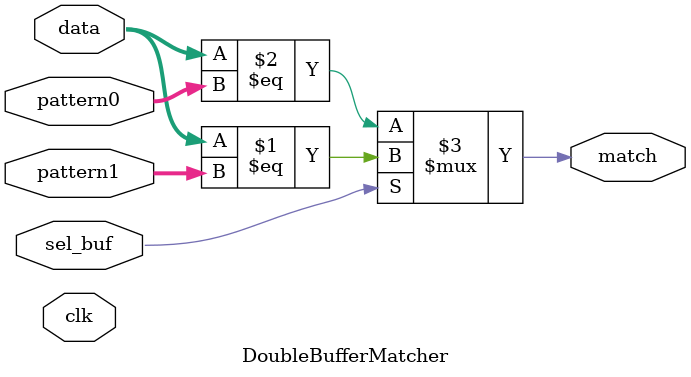
<source format=sv>
module DoubleBufferMatcher #(parameter WIDTH=8) (
    input clk, sel_buf,
    input [WIDTH-1:0] data,
    input [WIDTH-1:0] pattern0, pattern1,
    output match
);
assign match = sel_buf ? (data == pattern1) : (data == pattern0);
endmodule

</source>
